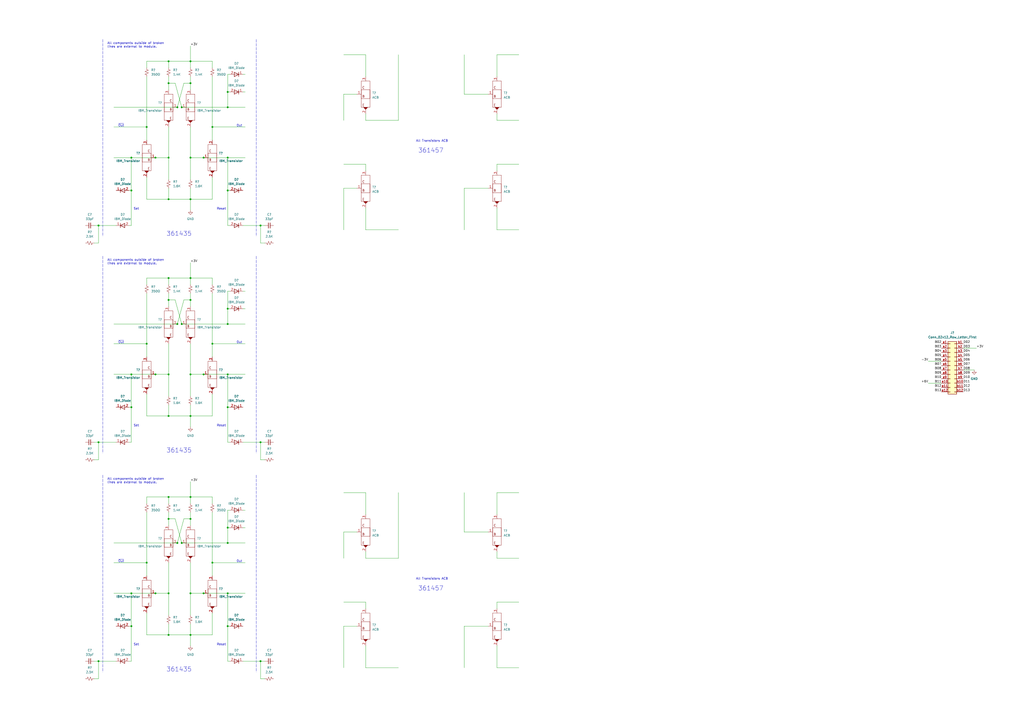
<source format=kicad_sch>
(kicad_sch (version 20211123) (generator eeschema)
  (paper "A2")
  (lib_symbols
    (symbol "Connector_Generic:Conn_02x12_Row_Letter_First" (pin_names (offset 1.016) hide)
      (property "Reference" "J" (at 1.27 15.24 0))
      (property "Value" "Conn_02x12_Row_Letter_First" (at 1.27 -17.78 0))
      (symbol "Conn_02x12_Row_Letter_First_1_1"
        (rectangle (start -1.27 -15.113) (end 0 -15.367) (stroke (width 0.1524)))
        (rectangle (start -1.27 -12.573) (end 0 -12.827) (stroke (width 0.1524)))
        (rectangle (start -1.27 -10.033) (end 0 -10.287) (stroke (width 0.1524)))
        (rectangle (start -1.27 -7.493) (end 0 -7.747) (stroke (width 0.1524)))
        (rectangle (start -1.27 -4.953) (end 0 -5.207) (stroke (width 0.1524)))
        (rectangle (start -1.27 -2.413) (end 0 -2.667) (stroke (width 0.1524)))
        (rectangle (start -1.27 0.127) (end 0 -0.127) (stroke (width 0.1524)))
        (rectangle (start -1.27 2.667) (end 0 2.413) (stroke (width 0.1524)))
        (rectangle (start -1.27 5.207) (end 0 4.953) (stroke (width 0.1524)))
        (rectangle (start -1.27 7.747) (end 0 7.493) (stroke (width 0.1524)))
        (rectangle (start -1.27 10.287) (end 0 10.033) (stroke (width 0.1524)))
        (rectangle (start -1.27 12.827) (end 0 12.573) (stroke (width 0.1524)))
        (rectangle (start -1.27 13.97) (end 3.81 -16.51) (stroke (width 0.254)) (fill (type background)))
        (rectangle (start 3.81 -15.113) (end 2.54 -15.367) (stroke (width 0.1524)))
        (rectangle (start 3.81 -12.573) (end 2.54 -12.827) (stroke (width 0.1524)))
        (rectangle (start 3.81 -10.033) (end 2.54 -10.287) (stroke (width 0.1524)))
        (rectangle (start 3.81 -7.493) (end 2.54 -7.747) (stroke (width 0.1524)))
        (rectangle (start 3.81 -4.953) (end 2.54 -5.207) (stroke (width 0.1524)))
        (rectangle (start 3.81 -2.413) (end 2.54 -2.667) (stroke (width 0.1524)))
        (rectangle (start 3.81 0.127) (end 2.54 -0.127) (stroke (width 0.1524)))
        (rectangle (start 3.81 2.667) (end 2.54 2.413) (stroke (width 0.1524)))
        (rectangle (start 3.81 5.207) (end 2.54 4.953) (stroke (width 0.1524)))
        (rectangle (start 3.81 7.747) (end 2.54 7.493) (stroke (width 0.1524)))
        (rectangle (start 3.81 10.287) (end 2.54 10.033) (stroke (width 0.1524)))
        (rectangle (start 3.81 12.827) (end 2.54 12.573) (stroke (width 0.1524)))
        (pin passive line (at -5.08 12.7 0) (length 3.81) (name "Pin_a1") (number "a1"))
        (pin passive line (at -5.08 -10.16 0) (length 3.81) (name "Pin_a10") (number "a10"))
        (pin passive line (at -5.08 -12.7 0) (length 3.81) (name "Pin_a11") (number "a11"))
        (pin passive line (at -5.08 -15.24 0) (length 3.81) (name "Pin_a12") (number "a12"))
        (pin passive line (at -5.08 10.16 0) (length 3.81) (name "Pin_a2") (number "a2"))
        (pin passive line (at -5.08 7.62 0) (length 3.81) (name "Pin_a3") (number "a3"))
        (pin passive line (at -5.08 5.08 0) (length 3.81) (name "Pin_a4") (number "a4"))
        (pin passive line (at -5.08 2.54 0) (length 3.81) (name "Pin_a5") (number "a5"))
        (pin passive line (at -5.08 0 0) (length 3.81) (name "Pin_a6") (number "a6"))
        (pin passive line (at -5.08 -2.54 0) (length 3.81) (name "Pin_a7") (number "a7"))
        (pin passive line (at -5.08 -5.08 0) (length 3.81) (name "Pin_a8") (number "a8"))
        (pin passive line (at -5.08 -7.62 0) (length 3.81) (name "Pin_a9") (number "a9"))
        (pin passive line (at 7.62 12.7 180) (length 3.81) (name "Pin_b1") (number "b1"))
        (pin passive line (at 7.62 -10.16 180) (length 3.81) (name "Pin_b10") (number "b10"))
        (pin passive line (at 7.62 -12.7 180) (length 3.81) (name "Pin_b11") (number "b11"))
        (pin passive line (at 7.62 -15.24 180) (length 3.81) (name "Pin_b12") (number "b12"))
        (pin passive line (at 7.62 10.16 180) (length 3.81) (name "Pin_b2") (number "b2"))
        (pin passive line (at 7.62 7.62 180) (length 3.81) (name "Pin_b3") (number "b3"))
        (pin passive line (at 7.62 5.08 180) (length 3.81) (name "Pin_b4") (number "b4"))
        (pin passive line (at 7.62 2.54 180) (length 3.81) (name "Pin_b5") (number "b5"))
        (pin passive line (at 7.62 0 180) (length 3.81) (name "Pin_b6") (number "b6"))
        (pin passive line (at 7.62 -2.54 180) (length 3.81) (name "Pin_b7") (number "b7"))
        (pin passive line (at 7.62 -5.08 180) (length 3.81) (name "Pin_b8") (number "b8"))
        (pin passive line (at 7.62 -7.62 180) (length 3.81) (name "Pin_b9") (number "b9"))
      )
    )
    (symbol "Device:C_Small" (pin_numbers hide) (pin_names (offset 0.254) hide)
      (property "Reference" "C" (at 0.254 1.778 0))
      (property "Value" "C_Small" (at 0.254 -2.032 0))
      (symbol "C_Small_0_1"
        (polyline (pts (xy -1.524 -0.508) (xy 1.524 -0.508)) (stroke (width 0.3302)))
        (polyline (pts (xy -1.524 0.508) (xy 1.524 0.508)) (stroke (width 0.3048)))
      )
      (symbol "C_Small_1_1"
        (pin passive line (at 0 2.54 270) (length 2.032) (name "~") (number "1"))
        (pin passive line (at 0 -2.54 90) (length 2.032) (name "~") (number "2"))
      )
    )
    (symbol "Device:R_Small_US" (pin_numbers hide) (pin_names (offset 0.254) hide)
      (property "Reference" "R" (at 0.762 0.508 0))
      (property "Value" "R_Small_US" (at 0.762 -1.016 0))
      (symbol "R_Small_US_1_1"
        (polyline (pts (xy 0 0) (xy 1.016 -0.381) (xy 0 -0.762) (xy -1.016 -1.143) (xy 0 -1.524)))
        (polyline (pts (xy 0 1.524) (xy 1.016 1.143) (xy 0 0.762) (xy -1.016 0.381) (xy 0 0)))
        (pin passive line (at 0 2.54 270) (length 1.016) (name "~") (number "1"))
        (pin passive line (at 0 -2.54 90) (length 1.016) (name "~") (number "2"))
      )
    )
    (symbol "IBM_SLT-SLD:IBM_Diode"
      (property "Reference" "D" (at 0 5.08 0))
      (property "Value" "IBM_Diode" (at 0 2.54 0))
      (symbol "IBM_Diode_0_1"
        (polyline (pts (xy -1.27 1.27) (xy -1.27 -1.27)) (stroke (width 0.254)))
        (polyline (pts (xy 1.27 0) (xy -1.27 0)))
        (polyline (pts (xy 1.27 1.27) (xy 1.27 -1.27) (xy -1.27 0) (xy 1.27 1.27)) (stroke (width 0.254)))
      )
      (symbol "IBM_Diode_1_1"
        (pin passive line (at -3.81 0 0) (length 2.54) (name "K") (number "1"))
        (pin passive line (at 3.81 0 180) (length 2.54) (name "A") (number "2"))
      )
    )
    (symbol "IBM_SLT-SLD:IBM_Transistor"
      (property "Reference" "T" (at 0 5.08 0))
      (property "Value" "IBM_Transistor" (at 7.62 8.89 0))
      (symbol "IBM_Transistor_0_0"
        (text "B" (at -1.27 -1.27 0) (effects (font (size 1.27 1.27))))
        (text "C" (at -1.27 3.81 0) (effects (font (size 1.27 1.27))))
        (text "E" (at -1.27 -6.35 0) (effects (font (size 1.27 1.27))))
      )
      (symbol "IBM_Transistor_0_1"
        (rectangle (start -2.54 2.54) (end 2.54 -2.54))
        (rectangle (start -2.54 7.62) (end 2.54 -7.62))
        (polyline (pts (xy -1.27 -7.62) (xy 0 -8.89) (xy 1.27 -7.62)) (fill (type outline)))
      )
      (symbol "IBM_Transistor_1_1"
        (pin passive line (at -5.08 0 0) (length 2.54) (name "B") (number "1"))
        (pin passive line (at 0 -11.43 90) (length 2.54) (name "E") (number "2"))
        (pin passive line (at 0 10.16 270) (length 2.54) (name "C") (number "3"))
      )
    )
    (symbol "power:GND" (power) (pin_names (offset 0))
      (property "Value" "GND" (at 0 -3.81 0))
      (symbol "GND_0_1"
        (polyline (pts (xy 0 0) (xy 0 -1.27) (xy 1.27 -1.27) (xy 0 -2.54) (xy -1.27 -1.27) (xy 0 -1.27)))
      )
      (symbol "GND_1_1"
        (pin power_in line (at 0 0 270) (length 0) hide (name "GND") (number "1"))
      )
    )
  )
  (junction (at 132.08 179.07))
  (junction (at 132.08 187.96))
  (junction (at 110.49 161.29))
  (junction (at 132.08 217.17))
  (junction (at 97.79 344.17))
  (junction (at 97.79 48.26))
  (junction (at 110.49 288.29))
  (junction (at 90.17 217.17))
  (junction (at 118.11 217.17))
  (junction (at 76.2 91.44))
  (junction (at 90.17 91.44))
  (junction (at 132.08 110.49))
  (junction (at 118.11 344.17))
  (junction (at 57.15 383.54))
  (junction (at 132.08 314.96))
  (junction (at 110.49 115.57))
  (junction (at 151.13 256.54))
  (junction (at 132.08 236.22))
  (junction (at 97.79 173.99))
  (junction (at 76.2 110.49))
  (junction (at 151.13 383.54))
  (junction (at 132.08 306.07))
  (junction (at 105.41 314.96))
  (junction (at 110.49 173.99))
  (junction (at 76.2 217.17))
  (junction (at 123.19 73.6532))
  (junction (at 57.15 256.54))
  (junction (at 102.87 187.96))
  (junction (at 110.49 368.3))
  (junction (at 132.08 91.44))
  (junction (at 97.79 288.29))
  (junction (at 90.17 344.17))
  (junction (at 97.79 368.3))
  (junction (at 97.79 241.3))
  (junction (at 123.19 199.3832))
  (junction (at 132.08 62.23))
  (junction (at 97.79 91.44))
  (junction (at 110.49 217.17))
  (junction (at 110.49 241.3))
  (junction (at 132.08 344.17))
  (junction (at 110.49 300.99))
  (junction (at 110.49 35.56))
  (junction (at 85.09 326.39))
  (junction (at 76.2 344.17))
  (junction (at 102.87 62.23))
  (junction (at 85.09 73.66))
  (junction (at 97.79 300.99))
  (junction (at 97.79 217.17))
  (junction (at 76.2 236.22))
  (junction (at 85.09 199.39))
  (junction (at 132.08 53.34))
  (junction (at 97.79 161.29))
  (junction (at 76.2 363.22))
  (junction (at 97.79 115.57))
  (junction (at 110.49 48.26))
  (junction (at 110.49 91.44))
  (junction (at 105.41 187.96))
  (junction (at 105.41 62.23))
  (junction (at 102.87 314.96))
  (junction (at 118.11 91.44))
  (junction (at 57.15 130.81))
  (junction (at 110.49 344.17))
  (junction (at 132.08 363.22))
  (junction (at 123.19 326.3832))
  (junction (at 151.13 130.81))
  (junction (at 97.79 35.56))
  (wire (pts (xy 85.09 35.56) (xy 97.79 35.56)))
  (wire (pts (xy 110.49 217.17) (xy 110.49 229.87)))
  (wire (pts (xy 57.15 383.54) (xy 67.31 383.54)))
  (wire (pts (xy 212.09 66.04) (xy 212.09 69.85)))
  (wire (pts (xy 90.17 91.44) (xy 97.79 91.44)))
  (wire (pts (xy 110.49 368.3) (xy 110.49 374.65)))
  (wire (pts (xy 123.19 170.18) (xy 123.19 199.3832)))
  (wire (pts (xy 85.09 115.57) (xy 85.09 102.87)))
  (wire (pts (xy 199.39 95.25) (xy 212.09 95.25)))
  (wire (pts (xy 66.04 187.96) (xy 102.87 187.96)))
  (wire (pts (xy 199.39 133.35) (xy 199.39 109.22)))
  (wire (pts (xy 97.79 161.29) (xy 97.79 165.1)))
  (wire (pts (xy 123.19 326.3832) (xy 123.19 334.01)))
  (wire (pts (xy 97.79 173.99) (xy 101.6 173.99)))
  (wire (pts (xy 140.97 295.91) (xy 142.24 295.91)))
  (wire (pts (xy 76.2 130.81) (xy 74.93 130.81)))
  (wire (pts (xy 110.49 234.95) (xy 110.49 241.3)))
  (wire (pts (xy 288.29 66.04) (xy 288.29 69.85)))
  (wire (pts (xy 212.09 44.45) (xy 212.09 31.75)))
  (wire (pts (xy 153.67 140.97) (xy 151.13 140.97)))
  (wire (pts (xy 132.08 187.96) (xy 142.24 187.96)))
  (wire (pts (xy 558.8 214.63) (xy 565.15 214.63)))
  (wire (pts (xy 57.15 256.54) (xy 54.61 256.54)))
  (wire (pts (xy 123.19 288.29) (xy 123.19 292.1)))
  (wire (pts (xy 132.08 91.44) (xy 142.24 91.44)))
  (wire (pts (xy 123.19 326.3832) (xy 142.24 326.3832)))
  (wire (pts (xy 123.19 368.3) (xy 110.49 368.3)))
  (wire (pts (xy 110.49 35.56) (xy 110.49 39.37)))
  (wire (pts (xy 212.09 349.25) (xy 212.09 353.06)))
  (wire (pts (xy 105.41 187.96) (xy 132.08 187.96)))
  (wire (pts (xy 97.79 234.95) (xy 97.79 241.3)))
  (wire (pts (xy 54.61 393.7) (xy 57.15 393.7)))
  (wire (pts (xy 85.09 170.18) (xy 85.09 199.39)))
  (wire (pts (xy 110.49 115.57) (xy 97.79 115.57)))
  (wire (pts (xy 76.2 256.54) (xy 74.93 256.54)))
  (wire (pts (xy 76.2 344.17) (xy 76.2 363.22)))
  (wire (pts (xy 132.08 236.22) (xy 133.35 236.22)))
  (polyline (pts (xy 148.59 22.86) (xy 148.59 137.16)))
  (wire (pts (xy 76.2 217.17) (xy 90.17 217.17)))
  (wire (pts (xy 97.79 35.56) (xy 110.49 35.56)))
  (wire (pts (xy 57.15 130.81) (xy 54.61 130.81)))
  (wire (pts (xy 288.29 349.25) (xy 300.99 349.25)))
  (wire (pts (xy 199.39 109.22) (xy 207.01 109.22)))
  (wire (pts (xy 90.17 344.17) (xy 97.79 344.17)))
  (wire (pts (xy 54.61 266.7) (xy 57.15 266.7)))
  (wire (pts (xy 212.09 133.35) (xy 231.14 133.35)))
  (wire (pts (xy 283.21 109.22) (xy 269.24 109.22)))
  (wire (pts (xy 85.09 297.18) (xy 85.09 326.39)))
  (wire (pts (xy 140.97 256.54) (xy 151.13 256.54)))
  (wire (pts (xy 132.08 344.17) (xy 142.24 344.17)))
  (wire (pts (xy 132.08 110.49) (xy 132.08 130.81)))
  (wire (pts (xy 97.79 300.99) (xy 97.79 304.8)))
  (wire (pts (xy 288.29 44.45) (xy 288.29 31.75)))
  (wire (pts (xy 132.08 295.91) (xy 132.08 306.07)))
  (wire (pts (xy 123.19 102.87) (xy 123.19 115.57)))
  (wire (pts (xy 66.04 217.17) (xy 76.2 217.17)))
  (wire (pts (xy 199.39 387.35) (xy 199.39 363.22)))
  (wire (pts (xy 97.79 91.44) (xy 97.79 104.14)))
  (wire (pts (xy 110.49 48.26) (xy 110.49 52.07)))
  (wire (pts (xy 57.15 383.54) (xy 54.61 383.54)))
  (wire (pts (xy 97.79 361.95) (xy 97.79 368.3)))
  (wire (pts (xy 132.08 306.07) (xy 133.35 306.07)))
  (wire (pts (xy 85.09 35.56) (xy 85.09 39.37)))
  (wire (pts (xy 76.2 217.17) (xy 76.2 236.22)))
  (wire (pts (xy 269.24 109.22) (xy 269.24 133.35)))
  (wire (pts (xy 97.79 344.17) (xy 97.79 326.39)))
  (wire (pts (xy 132.08 383.54) (xy 133.35 383.54)))
  (wire (pts (xy 123.19 35.56) (xy 123.19 39.37)))
  (wire (pts (xy 110.49 91.44) (xy 110.49 104.14)))
  (wire (pts (xy 110.49 26.67) (xy 110.49 35.56)))
  (wire (pts (xy 153.67 266.7) (xy 151.13 266.7)))
  (wire (pts (xy 97.79 300.99) (xy 101.6 300.99)))
  (wire (pts (xy 110.49 217.17) (xy 118.11 217.17)))
  (wire (pts (xy 151.13 393.7) (xy 151.13 383.54)))
  (wire (pts (xy 97.79 48.26) (xy 97.79 52.07)))
  (wire (pts (xy 288.29 120.65) (xy 288.29 133.35)))
  (wire (pts (xy 132.08 256.54) (xy 133.35 256.54)))
  (wire (pts (xy 212.09 374.65) (xy 212.09 387.35)))
  (wire (pts (xy 288.29 387.35) (xy 300.99 387.35)))
  (wire (pts (xy 110.49 300.99) (xy 106.68 300.99)))
  (wire (pts (xy 57.15 140.97) (xy 57.15 130.81)))
  (wire (pts (xy 132.08 179.07) (xy 132.08 187.96)))
  (wire (pts (xy 132.08 217.17) (xy 132.08 236.22)))
  (wire (pts (xy 123.19 297.18) (xy 123.19 326.3832)))
  (wire (pts (xy 76.2 110.49) (xy 74.93 110.49)))
  (wire (pts (xy 76.2 236.22) (xy 74.93 236.22)))
  (wire (pts (xy 110.49 161.29) (xy 110.49 165.1)))
  (wire (pts (xy 212.09 298.45) (xy 212.09 285.75)))
  (wire (pts (xy 85.09 161.29) (xy 85.09 165.1)))
  (wire (pts (xy 110.49 173.99) (xy 106.68 173.99)))
  (wire (pts (xy 288.29 353.06) (xy 288.29 349.25)))
  (wire (pts (xy 132.08 168.91) (xy 132.08 179.07)))
  (wire (pts (xy 57.15 130.81) (xy 67.31 130.81)))
  (wire (pts (xy 212.09 323.85) (xy 231.14 323.85)))
  (wire (pts (xy 110.49 48.26) (xy 106.68 48.26)))
  (wire (pts (xy 123.19 199.3832) (xy 142.24 199.3832)))
  (wire (pts (xy 212.09 320.04) (xy 212.09 323.85)))
  (wire (pts (xy 132.08 62.23) (xy 142.24 62.23)))
  (wire (pts (xy 97.79 115.57) (xy 85.09 115.57)))
  (wire (pts (xy 97.79 344.17) (xy 97.79 356.87)))
  (wire (pts (xy 269.24 308.61) (xy 269.24 285.75)))
  (wire (pts (xy 132.08 43.18) (xy 132.08 53.34)))
  (wire (pts (xy 110.49 288.29) (xy 110.49 292.1)))
  (wire (pts (xy 66.04 326.39) (xy 85.09 326.39)))
  (wire (pts (xy 105.41 314.96) (xy 132.08 314.96)))
  (wire (pts (xy 66.04 62.23) (xy 102.87 62.23)))
  (wire (pts (xy 123.19 73.6532) (xy 123.19 81.28)))
  (wire (pts (xy 110.49 241.3) (xy 97.79 241.3)))
  (wire (pts (xy 76.2 91.44) (xy 90.17 91.44)))
  (wire (pts (xy 140.97 43.18) (xy 142.24 43.18)))
  (wire (pts (xy 85.09 326.39) (xy 85.09 334.01)))
  (wire (pts (xy 85.09 241.3) (xy 85.09 228.6)))
  (wire (pts (xy 85.09 368.3) (xy 85.09 355.6)))
  (wire (pts (xy 140.97 168.91) (xy 142.24 168.91)))
  (wire (pts (xy 90.17 217.17) (xy 97.79 217.17)))
  (wire (pts (xy 140.97 383.54) (xy 151.13 383.54)))
  (wire (pts (xy 97.79 161.29) (xy 110.49 161.29)))
  (wire (pts (xy 85.09 161.29) (xy 97.79 161.29)))
  (wire (pts (xy 110.49 344.17) (xy 110.49 356.87)))
  (wire (pts (xy 132.08 344.17) (xy 132.08 363.22)))
  (wire (pts (xy 132.08 53.34) (xy 132.08 62.23)))
  (wire (pts (xy 118.11 91.44) (xy 132.08 91.44)))
  (wire (pts (xy 85.09 44.45) (xy 85.09 73.66)))
  (wire (pts (xy 54.61 140.97) (xy 57.15 140.97)))
  (wire (pts (xy 288.29 69.85) (xy 300.99 69.85)))
  (wire (pts (xy 97.79 288.29) (xy 110.49 288.29)))
  (wire (pts (xy 153.67 393.7) (xy 151.13 393.7)))
  (wire (pts (xy 110.49 361.95) (xy 110.49 368.3)))
  (wire (pts (xy 97.79 44.45) (xy 97.79 48.26)))
  (wire (pts (xy 212.09 387.35) (xy 231.14 387.35)))
  (wire (pts (xy 106.68 48.26) (xy 102.87 62.23)))
  (wire (pts (xy 123.19 161.29) (xy 123.19 165.1)))
  (wire (pts (xy 151.13 140.97) (xy 151.13 130.81)))
  (wire (pts (xy 85.09 73.66) (xy 85.09 81.28)))
  (wire (pts (xy 132.08 179.07) (xy 133.35 179.07)))
  (wire (pts (xy 97.79 368.3) (xy 85.09 368.3)))
  (wire (pts (xy 97.79 109.22) (xy 97.79 115.57)))
  (wire (pts (xy 66.04 314.96) (xy 102.87 314.96)))
  (wire (pts (xy 132.08 295.91) (xy 133.35 295.91)))
  (wire (pts (xy 288.29 31.75) (xy 300.99 31.75)))
  (wire (pts (xy 110.49 115.57) (xy 110.49 121.92)))
  (polyline (pts (xy 59.69 148.59) (xy 59.69 262.89)))
  (wire (pts (xy 269.24 363.22) (xy 269.24 387.35)))
  (wire (pts (xy 110.49 279.4) (xy 110.49 288.29)))
  (polyline (pts (xy 148.59 148.59) (xy 148.59 262.89)))
  (wire (pts (xy 66.04 73.66) (xy 85.09 73.66)))
  (wire (pts (xy 85.09 199.39) (xy 85.09 207.01)))
  (wire (pts (xy 288.29 133.35) (xy 300.99 133.35)))
  (wire (pts (xy 57.15 266.7) (xy 57.15 256.54)))
  (wire (pts (xy 110.49 152.4) (xy 110.49 161.29)))
  (wire (pts (xy 199.39 349.25) (xy 212.09 349.25)))
  (polyline (pts (xy 59.69 275.59) (xy 59.69 389.89)))
  (wire (pts (xy 199.39 363.22) (xy 207.01 363.22)))
  (wire (pts (xy 132.08 43.18) (xy 133.35 43.18)))
  (wire (pts (xy 76.2 110.49) (xy 76.2 130.81)))
  (wire (pts (xy 212.09 69.85) (xy 231.14 69.85)))
  (wire (pts (xy 123.19 44.45) (xy 123.19 73.6532)))
  (polyline (pts (xy 148.59 275.59) (xy 148.59 389.89)))
  (wire (pts (xy 231.14 323.85) (xy 231.14 285.75)))
  (wire (pts (xy 106.68 300.99) (xy 102.87 314.96)))
  (wire (pts (xy 558.8 201.93) (xy 566.42 201.93)))
  (wire (pts (xy 231.14 69.85) (xy 231.14 31.75)))
  (wire (pts (xy 97.79 288.29) (xy 97.79 292.1)))
  (wire (pts (xy 283.21 54.61) (xy 269.24 54.61)))
  (wire (pts (xy 110.49 173.99) (xy 110.49 177.8)))
  (wire (pts (xy 97.79 91.44) (xy 97.79 73.66)))
  (wire (pts (xy 97.79 217.17) (xy 97.79 199.39)))
  (wire (pts (xy 110.49 326.39) (xy 110.49 344.17)))
  (wire (pts (xy 123.19 199.3832) (xy 123.19 207.01)))
  (wire (pts (xy 132.08 91.44) (xy 132.08 110.49)))
  (wire (pts (xy 57.15 256.54) (xy 67.31 256.54)))
  (wire (pts (xy 132.08 363.22) (xy 133.35 363.22)))
  (wire (pts (xy 283.21 363.22) (xy 269.24 363.22)))
  (wire (pts (xy 76.2 363.22) (xy 76.2 383.54)))
  (wire (pts (xy 151.13 383.54) (xy 153.67 383.54)))
  (wire (pts (xy 85.09 288.29) (xy 85.09 292.1)))
  (wire (pts (xy 57.15 393.7) (xy 57.15 383.54)))
  (wire (pts (xy 110.49 91.44) (xy 118.11 91.44)))
  (wire (pts (xy 132.08 53.34) (xy 133.35 53.34)))
  (wire (pts (xy 110.49 44.45) (xy 110.49 48.26)))
  (wire (pts (xy 132.08 130.81) (xy 133.35 130.81)))
  (wire (pts (xy 151.13 256.54) (xy 153.67 256.54)))
  (wire (pts (xy 132.08 236.22) (xy 132.08 256.54)))
  (wire (pts (xy 538.48 222.25) (xy 546.1 222.25)))
  (wire (pts (xy 110.49 35.56) (xy 123.19 35.56)))
  (wire (pts (xy 151.13 266.7) (xy 151.13 256.54)))
  (wire (pts (xy 110.49 300.99) (xy 110.49 304.8)))
  (wire (pts (xy 288.29 374.65) (xy 288.29 387.35)))
  (wire (pts (xy 123.19 228.6) (xy 123.19 241.3)))
  (wire (pts (xy 123.19 355.6) (xy 123.19 368.3)))
  (wire (pts (xy 110.49 109.22) (xy 110.49 115.57)))
  (wire (pts (xy 207.01 54.61) (xy 199.39 54.61)))
  (polyline (pts (xy 59.69 22.86) (xy 59.69 137.16)))
  (wire (pts (xy 97.79 217.17) (xy 97.79 229.87)))
  (wire (pts (xy 199.39 54.61) (xy 199.39 69.85)))
  (wire (pts (xy 132.08 363.22) (xy 132.08 383.54)))
  (wire (pts (xy 212.09 31.75) (xy 199.39 31.75)))
  (wire (pts (xy 288.29 95.25) (xy 300.99 95.25)))
  (wire (pts (xy 132.08 306.07) (xy 132.08 314.96)))
  (wire (pts (xy 212.09 120.65) (xy 212.09 133.35)))
  (wire (pts (xy 123.19 73.6532) (xy 142.24 73.6532)))
  (wire (pts (xy 97.79 35.56) (xy 97.79 39.37)))
  (wire (pts (xy 199.39 308.61) (xy 199.39 323.85)))
  (wire (pts (xy 101.6 173.99) (xy 105.41 187.96)))
  (wire (pts (xy 101.6 48.26) (xy 105.41 62.23)))
  (wire (pts (xy 66.04 344.17) (xy 76.2 344.17)))
  (wire (pts (xy 97.79 48.26) (xy 101.6 48.26)))
  (wire (pts (xy 132.08 314.96) (xy 142.24 314.96)))
  (wire (pts (xy 212.09 95.25) (xy 212.09 99.06)))
  (wire (pts (xy 85.09 288.29) (xy 97.79 288.29)))
  (wire (pts (xy 140.97 306.07) (xy 142.24 306.07)))
  (wire (pts (xy 288.29 285.75) (xy 300.99 285.75)))
  (wire (pts (xy 132.08 217.17) (xy 142.24 217.17)))
  (wire (pts (xy 110.49 161.29) (xy 123.19 161.29)))
  (wire (pts (xy 140.97 179.07) (xy 142.24 179.07)))
  (wire (pts (xy 110.49 368.3) (xy 97.79 368.3)))
  (wire (pts (xy 76.2 344.17) (xy 90.17 344.17)))
  (wire (pts (xy 288.29 298.45) (xy 288.29 285.75)))
  (wire (pts (xy 97.79 170.18) (xy 97.79 173.99)))
  (wire (pts (xy 76.2 363.22) (xy 74.93 363.22)))
  (wire (pts (xy 123.19 115.57) (xy 110.49 115.57)))
  (wire (pts (xy 110.49 297.18) (xy 110.49 300.99)))
  (wire (pts (xy 207.01 308.61) (xy 199.39 308.61)))
  (wire (pts (xy 76.2 383.54) (xy 74.93 383.54)))
  (wire (pts (xy 132.08 168.91) (xy 133.35 168.91)))
  (wire (pts (xy 123.19 241.3) (xy 110.49 241.3)))
  (wire (pts (xy 283.21 308.61) (xy 269.24 308.61)))
  (wire (pts (xy 118.11 344.17) (xy 132.08 344.17)))
  (wire (pts (xy 140.97 130.81) (xy 151.13 130.81)))
  (wire (pts (xy 118.11 217.17) (xy 132.08 217.17)))
  (wire (pts (xy 76.2 236.22) (xy 76.2 256.54)))
  (wire (pts (xy 110.49 170.18) (xy 110.49 173.99)))
  (wire (pts (xy 97.79 297.18) (xy 97.79 300.99)))
  (wire (pts (xy 110.49 199.39) (xy 110.49 217.17)))
  (wire (pts (xy 97.79 241.3) (xy 85.09 241.3)))
  (wire (pts (xy 106.68 173.99) (xy 102.87 187.96)))
  (wire (pts (xy 66.04 91.44) (xy 76.2 91.44)))
  (wire (pts (xy 66.04 199.39) (xy 85.09 199.39)))
  (wire (pts (xy 212.09 285.75) (xy 199.39 285.75)))
  (wire (pts (xy 288.29 99.06) (xy 288.29 95.25)))
  (wire (pts (xy 110.49 241.3) (xy 110.49 247.65)))
  (wire (pts (xy 538.48 209.55) (xy 546.1 209.55)))
  (wire (pts (xy 110.49 73.66) (xy 110.49 91.44)))
  (wire (pts (xy 97.79 173.99) (xy 97.79 177.8)))
  (wire (pts (xy 110.49 288.29) (xy 123.19 288.29)))
  (wire (pts (xy 132.08 110.49) (xy 133.35 110.49)))
  (wire (pts (xy 288.29 323.85) (xy 300.99 323.85)))
  (wire (pts (xy 140.97 53.34) (xy 142.24 53.34)))
  (wire (pts (xy 105.41 62.23) (xy 132.08 62.23)))
  (wire (pts (xy 269.24 54.61) (xy 269.24 31.75)))
  (wire (pts (xy 288.29 320.04) (xy 288.29 323.85)))
  (wire (pts (xy 151.13 130.81) (xy 153.67 130.81)))
  (wire (pts (xy 101.6 300.99) (xy 105.41 314.96)))
  (wire (pts (xy 110.49 344.17) (xy 118.11 344.17)))
  (wire (pts (xy 76.2 91.44) (xy 76.2 110.49)))
  (text "Reset" (at 125.73 247.65 0) (effects (font (size 1.27 1.27)) (justify left bottom)))
  (text "All Transistors ACB" (at 241.3 82.55 0) (effects (font (size 1.27 1.27)) (justify left bottom)))
  (text "Reset" (at 125.73 121.92 0) (effects (font (size 1.27 1.27)) (justify left bottom)))
  (text "361435" (at 96.52 262.89 0) (effects (font (size 2.54 2.54)) (justify left bottom)))
  (text "All Transistors ACB" (at 241.3 336.55 0) (effects (font (size 1.27 1.27)) (justify left bottom)))
  (text "Reset" (at 125.73 374.65 0) (effects (font (size 1.27 1.27)) (justify left bottom)))
  (text "~{Out}" (at 68.58 199.39 0) (effects (font (size 1.27 1.27)) (justify left bottom)))
  (text "Out" (at 137.16 326.39 0) (effects (font (size 1.27 1.27)) (justify left bottom)))
  (text "Set" (at 77.47 121.92 0) (effects (font (size 1.27 1.27)) (justify left bottom)))
  (text "Set" (at 77.47 374.65 0) (effects (font (size 1.27 1.27)) (justify left bottom)))
  (text "~{Out}" (at 68.58 73.66 0) (effects (font (size 1.27 1.27)) (justify left bottom)))
  (text "361457" (at 242.57 342.9 0) (effects (font (size 2.54 2.54)) (justify left bottom)))
  (text "All components outside of broken\nlines are external to module." (at 62.23 153.67 0) (effects (font (size 1.27 1.27)) (justify left bottom)))
  (text "Out" (at 137.16 199.39 0) (effects (font (size 1.27 1.27)) (justify left bottom)))
  (text "361435" (at 96.52 137.16 0) (effects (font (size 2.54 2.54)) (justify left bottom)))
  (text "Set" (at 77.47 247.65 0) (effects (font (size 1.27 1.27)) (justify left bottom)))
  (text "All components outside of broken\nlines are external to module." (at 62.23 280.67 0) (effects (font (size 1.27 1.27)) (justify left bottom)))
  (text "361457" (at 242.57 88.9 0) (effects (font (size 2.54 2.54)) (justify left bottom)))
  (text "361435" (at 96.52 389.89 0) (effects (font (size 2.54 2.54)) (justify left bottom)))
  (text "~{Out}" (at 68.58 326.39 0) (effects (font (size 1.27 1.27)) (justify left bottom)))
  (text "Out" (at 137.16 73.66 0) (effects (font (size 1.27 1.27)) (justify left bottom)))
  (text "All components outside of broken\nlines are external to module." (at 62.23 27.94 0) (effects (font (size 1.27 1.27)) (justify left bottom)))
  (label "+3V" (at 566.42 201.93 0))
  (label "-3V" (at 538.48 209.55 180))
  (label "D06" (at 558.8 209.55 0))
  (label "+6V" (at 538.48 222.25 180))
  (label "D13" (at 558.8 227.33 0))
  (label "D09" (at 558.8 217.17 0))
  (label "B12" (at 546.1 224.79 180))
  (label "B02" (at 546.1 199.39 180))
  (label "B11" (at 546.1 222.25 180))
  (label "D07" (at 558.8 212.09 0))
  (label "B10" (at 546.1 219.71 180))
  (label "B09" (at 546.1 217.17 180))
  (label "D02" (at 558.8 199.39 0))
  (label "B05" (at 546.1 207.01 180))
  (label "B04" (at 546.1 204.47 180))
  (label "D05" (at 558.8 207.01 0))
  (label "B13" (at 546.1 227.33 180))
  (label "D11" (at 558.8 222.25 0))
  (label "B08" (at 546.1 214.63 180))
  (label "+3V" (at 110.49 279.4 0))
  (label "D04" (at 558.8 204.47 0))
  (label "B03" (at 546.1 201.93 180))
  (label "B06" (at 546.1 209.55 180))
  (label "D12" (at 558.8 224.79 0))
  (label "D08" (at 558.8 214.63 0))
  (label "B07" (at 546.1 212.09 180))
  (label "D03" (at 558.8 201.93 0))
  (label "+3V" (at 110.49 26.67 0))
  (label "+3V" (at 110.49 152.4 0))
  (label "D10" (at 558.8 219.71 0))
  (symbol (lib_id "IBM_SLT-SLD:IBM_Diode") (at 137.16 179.07 180) (unit 1)
    (property "Reference" "D?" (at 137.16 172.72 0))
    (property "Value" "IBM_Diode" (at 137.16 175.26 0))
    (property "Footprint" "Diode_SMD:D_0201_0603Metric" (effects hide))
  )
  (symbol (lib_id "Device:R_Small_US") (at 110.49 41.91 180) (unit 1)
    (property "Reference" "R?" (at 113.03 40.6399 0) (effects (justify right)))
    (property "Value" "1.4K" (at 113.03 43.1799 0) (effects (justify right)))
    (property "Footprint" "Resistor_SMD:R_0201_0603Metric" (effects hide))
  )
  (symbol (lib_id "IBM_SLT-SLD:IBM_Diode") (at 137.16 295.91 180) (unit 1)
    (property "Reference" "D?" (at 137.16 289.56 0))
    (property "Value" "IBM_Diode" (at 137.16 292.1 0))
    (property "Footprint" "Diode_SMD:D_0201_0603Metric" (effects hide))
  )
  (symbol (lib_id "IBM_SLT-SLD:IBM_Diode") (at 71.12 236.22 0) (mirror x) (unit 1)
    (property "Reference" "D?" (at 71.12 229.87 0))
    (property "Value" "IBM_Diode" (at 71.12 232.41 0))
    (property "Footprint" "Diode_SMD:D_0201_0603Metric" (effects hide))
  )
  (symbol (lib_id "IBM_SLT-SLD:IBM_Transistor") (at 123.19 344.17 0) (unit 1)
    (property "Reference" "T?" (at 127 341.63 0) (effects (justify left)))
    (property "Value" "IBM_Transistor" (at 127 346.0749 0) (effects (justify left)))
  )
  (symbol (lib_id "Device:R_Small_US") (at 85.09 41.91 180) (unit 1)
    (property "Reference" "R?" (at 87.63 40.6399 0) (effects (justify right)))
    (property "Value" "350Ω" (at 87.63 43.1799 0) (effects (justify right)))
    (property "Footprint" "Resistor_SMD:R_0201_0603Metric" (effects hide))
  )
  (symbol (lib_id "Device:C_Small") (at 156.21 383.54 270) (mirror x) (unit 1)
    (property "Reference" "C?" (at 156.2037 377.19 90))
    (property "Value" "33pF" (at 156.2037 379.73 90))
  )
  (symbol (lib_id "Device:R_Small_US") (at 123.19 41.91 180) (unit 1)
    (property "Reference" "R?" (at 125.73 40.6399 0) (effects (justify right)))
    (property "Value" "350Ω" (at 125.73 43.1799 0) (effects (justify right)))
    (property "Footprint" "Resistor_SMD:R_0201_0603Metric" (effects hide))
  )
  (symbol (lib_id "Device:R_Small_US") (at 52.07 140.97 270) (unit 1)
    (property "Reference" "R?" (at 52.07 134.62 90))
    (property "Value" "2.5K" (at 52.07 137.16 90))
    (property "Footprint" "Resistor_SMD:R_0201_0603Metric" (effects hide))
  )
  (symbol (lib_id "IBM_SLT-SLD:IBM_Diode") (at 137.16 256.54 180) (unit 1)
    (property "Reference" "D?" (at 137.16 250.19 0))
    (property "Value" "IBM_Diode" (at 137.16 252.73 0))
    (property "Footprint" "Diode_SMD:D_0201_0603Metric" (effects hide))
  )
  (symbol (lib_id "Device:R_Small_US") (at 123.19 294.64 180) (unit 1)
    (property "Reference" "R?" (at 125.73 293.3699 0) (effects (justify right)))
    (property "Value" "350Ω" (at 125.73 295.9099 0) (effects (justify right)))
    (property "Footprint" "Resistor_SMD:R_0201_0603Metric" (effects hide))
  )
  (symbol (lib_id "IBM_SLT-SLD:IBM_Transistor") (at 212.09 54.61 0) (unit 1)
    (property "Reference" "T?" (at 215.9 53.9749 0) (effects (justify left)))
    (property "Value" "ACB" (at 215.9 56.5149 0) (effects (justify left)))
  )
  (symbol (lib_id "IBM_SLT-SLD:IBM_Diode") (at 137.16 236.22 180) (unit 1)
    (property "Reference" "D?" (at 137.16 229.87 0))
    (property "Value" "IBM_Diode" (at 137.16 232.41 0))
    (property "Footprint" "Diode_SMD:D_0201_0603Metric" (effects hide))
  )
  (symbol (lib_id "Device:R_Small_US") (at 110.49 294.64 180) (unit 1)
    (property "Reference" "R?" (at 113.03 293.3699 0) (effects (justify right)))
    (property "Value" "1.4K" (at 113.03 295.9099 0) (effects (justify right)))
    (property "Footprint" "Resistor_SMD:R_0201_0603Metric" (effects hide))
  )
  (symbol (lib_id "Device:R_Small_US") (at 97.79 41.91 180) (unit 1)
    (property "Reference" "R?" (at 100.33 40.6399 0) (effects (justify right)))
    (property "Value" "1.4K" (at 100.33 43.1799 0) (effects (justify right)))
    (property "Footprint" "Resistor_SMD:R_0201_0603Metric" (effects hide))
  )
  (symbol (lib_id "IBM_SLT-SLD:IBM_Transistor") (at 288.29 54.61 0) (unit 1)
    (property "Reference" "T?" (at 292.1 53.9749 0) (effects (justify left)))
    (property "Value" "ACB" (at 292.1 56.5149 0) (effects (justify left)))
  )
  (symbol (lib_id "power:GND") (at 110.49 121.92 0) (unit 1)
    (property "Reference" "#PWR?" (effects hide))
    (property "Value" "GND" (at 110.49 127 0))
  )
  (symbol (lib_id "IBM_SLT-SLD:IBM_Diode") (at 137.16 130.81 180) (unit 1)
    (property "Reference" "D?" (at 137.16 124.46 0))
    (property "Value" "IBM_Diode" (at 137.16 127 0))
    (property "Footprint" "Diode_SMD:D_0201_0603Metric" (effects hide))
  )
  (symbol (lib_id "IBM_SLT-SLD:IBM_Transistor") (at 123.19 91.44 0) (unit 1)
    (property "Reference" "T?" (at 127 88.9 0) (effects (justify left)))
    (property "Value" "IBM_Transistor" (at 127 93.3449 0) (effects (justify left)))
  )
  (symbol (lib_id "Device:R_Small_US") (at 52.07 393.7 270) (unit 1)
    (property "Reference" "R?" (at 52.07 387.35 90))
    (property "Value" "2.5K" (at 52.07 389.89 90))
    (property "Footprint" "Resistor_SMD:R_0201_0603Metric" (effects hide))
  )
  (symbol (lib_id "Device:R_Small_US") (at 97.79 106.68 180) (unit 1)
    (property "Reference" "R?" (at 100.33 105.4099 0) (effects (justify right)))
    (property "Value" "1.6K" (at 100.33 107.9499 0) (effects (justify right)))
    (property "Footprint" "Resistor_SMD:R_0201_0603Metric" (effects hide))
  )
  (symbol (lib_id "Device:C_Small") (at 52.07 256.54 90) (unit 1)
    (property "Reference" "C?" (at 52.0763 250.19 90))
    (property "Value" "33pF" (at 52.0763 252.73 90))
  )
  (symbol (lib_id "IBM_SLT-SLD:IBM_Transistor") (at 212.09 109.22 0) (unit 1)
    (property "Reference" "T?" (at 215.9 108.5849 0) (effects (justify left)))
    (property "Value" "ACB" (at 215.9 111.1249 0) (effects (justify left)))
  )
  (symbol (lib_id "Device:R_Small_US") (at 97.79 359.41 180) (unit 1)
    (property "Reference" "R?" (at 100.33 358.1399 0) (effects (justify right)))
    (property "Value" "1.6K" (at 100.33 360.6799 0) (effects (justify right)))
    (property "Footprint" "Resistor_SMD:R_0201_0603Metric" (effects hide))
  )
  (symbol (lib_id "Device:R_Small_US") (at 156.21 266.7 90) (mirror x) (unit 1)
    (property "Reference" "R?" (at 156.21 260.35 90))
    (property "Value" "2.5K" (at 156.21 262.89 90))
    (property "Footprint" "Resistor_SMD:R_0201_0603Metric" (effects hide))
  )
  (symbol (lib_id "IBM_SLT-SLD:IBM_Transistor") (at 97.79 314.96 0) (mirror y) (unit 1)
    (property "Reference" "T?" (at 93.98 312.42 0) (effects (justify left)))
    (property "Value" "IBM_Transistor" (at 93.98 316.8649 0) (effects (justify left)))
  )
  (symbol (lib_id "Device:R_Small_US") (at 97.79 294.64 180) (unit 1)
    (property "Reference" "R?" (at 100.33 293.3699 0) (effects (justify right)))
    (property "Value" "1.4K" (at 100.33 295.9099 0) (effects (justify right)))
    (property "Footprint" "Resistor_SMD:R_0201_0603Metric" (effects hide))
  )
  (symbol (lib_id "Device:R_Small_US") (at 156.21 393.7 90) (mirror x) (unit 1)
    (property "Reference" "R?" (at 156.21 387.35 90))
    (property "Value" "2.5K" (at 156.21 389.89 90))
    (property "Footprint" "Resistor_SMD:R_0201_0603Metric" (effects hide))
  )
  (symbol (lib_id "IBM_SLT-SLD:IBM_Transistor") (at 123.19 217.17 0) (unit 1)
    (property "Reference" "T?" (at 127 214.63 0) (effects (justify left)))
    (property "Value" "IBM_Transistor" (at 127 219.0749 0) (effects (justify left)))
  )
  (symbol (lib_id "IBM_SLT-SLD:IBM_Transistor") (at 110.49 187.96 0) (unit 1)
    (property "Reference" "T?" (at 114.3 185.42 0) (effects (justify left)))
    (property "Value" "IBM_Transistor" (at 114.3 189.8649 0) (effects (justify left)))
  )
  (symbol (lib_id "IBM_SLT-SLD:IBM_Diode") (at 71.12 130.81 0) (mirror x) (unit 1)
    (property "Reference" "D?" (at 71.12 124.46 0))
    (property "Value" "IBM_Diode" (at 71.12 127 0))
    (property "Footprint" "Diode_SMD:D_0201_0603Metric" (effects hide))
  )
  (symbol (lib_id "IBM_SLT-SLD:IBM_Transistor") (at 288.29 363.22 0) (unit 1)
    (property "Reference" "T?" (at 292.1 362.5849 0) (effects (justify left)))
    (property "Value" "ACB" (at 292.1 365.1249 0) (effects (justify left)))
  )
  (symbol (lib_id "IBM_SLT-SLD:IBM_Transistor") (at 97.79 187.96 0) (mirror y) (unit 1)
    (property "Reference" "T?" (at 93.98 185.42 0) (effects (justify left)))
    (property "Value" "IBM_Transistor" (at 93.98 189.8649 0) (effects (justify left)))
  )
  (symbol (lib_id "Device:C_Small") (at 156.21 130.81 270) (mirror x) (unit 1)
    (property "Reference" "C?" (at 156.2037 124.46 90))
    (property "Value" "33pF" (at 156.2037 127 90))
  )
  (symbol (lib_id "IBM_SLT-SLD:IBM_Diode") (at 137.16 306.07 180) (unit 1)
    (property "Reference" "D?" (at 137.16 299.72 0))
    (property "Value" "IBM_Diode" (at 137.16 302.26 0))
    (property "Footprint" "Diode_SMD:D_0201_0603Metric" (effects hide))
  )
  (symbol (lib_id "IBM_SLT-SLD:IBM_Transistor") (at 288.29 308.61 0) (unit 1)
    (property "Reference" "T?" (at 292.1 307.9749 0) (effects (justify left)))
    (property "Value" "ACB" (at 292.1 310.5149 0) (effects (justify left)))
  )
  (symbol (lib_id "Device:C_Small") (at 52.07 130.81 90) (unit 1)
    (property "Reference" "C?" (at 52.0763 124.46 90))
    (property "Value" "33pF" (at 52.0763 127 90))
  )
  (symbol (lib_id "power:GND") (at 110.49 374.65 0) (unit 1)
    (property "Reference" "#PWR?" (effects hide))
    (property "Value" "GND" (at 110.49 379.73 0))
  )
  (symbol (lib_id "IBM_SLT-SLD:IBM_Diode") (at 137.16 53.34 180) (unit 1)
    (property "Reference" "D?" (at 137.16 46.99 0))
    (property "Value" "IBM_Diode" (at 137.16 49.53 0))
    (property "Footprint" "Diode_SMD:D_0201_0603Metric" (effects hide))
  )
  (symbol (lib_id "Device:R_Small_US") (at 110.49 167.64 180) (unit 1)
    (property "Reference" "R?" (at 113.03 166.3699 0) (effects (justify right)))
    (property "Value" "1.4K" (at 113.03 168.9099 0) (effects (justify right)))
    (property "Footprint" "Resistor_SMD:R_0201_0603Metric" (effects hide))
  )
  (symbol (lib_id "IBM_SLT-SLD:IBM_Diode") (at 137.16 43.18 180) (unit 1)
    (property "Reference" "D?" (at 137.16 36.83 0))
    (property "Value" "IBM_Diode" (at 137.16 39.37 0))
    (property "Footprint" "Diode_SMD:D_0201_0603Metric" (effects hide))
  )
  (symbol (lib_id "IBM_SLT-SLD:IBM_Diode") (at 137.16 168.91 180) (unit 1)
    (property "Reference" "D?" (at 137.16 162.56 0))
    (property "Value" "IBM_Diode" (at 137.16 165.1 0))
    (property "Footprint" "Diode_SMD:D_0201_0603Metric" (effects hide))
  )
  (symbol (lib_id "IBM_SLT-SLD:IBM_Transistor") (at 97.79 62.23 0) (mirror y) (unit 1)
    (property "Reference" "T?" (at 93.98 59.69 0) (effects (justify left)))
    (property "Value" "IBM_Transistor" (at 93.98 64.1349 0) (effects (justify left)))
  )
  (symbol (lib_id "IBM_SLT-SLD:IBM_Transistor") (at 110.49 314.96 0) (unit 1)
    (property "Reference" "T?" (at 114.3 312.42 0) (effects (justify left)))
    (property "Value" "IBM_Transistor" (at 114.3 316.8649 0) (effects (justify left)))
  )
  (symbol (lib_id "IBM_SLT-SLD:IBM_Transistor") (at 288.29 109.22 0) (unit 1)
    (property "Reference" "T?" (at 292.1 108.5849 0) (effects (justify left)))
    (property "Value" "ACB" (at 292.1 111.1249 0) (effects (justify left)))
  )
  (symbol (lib_id "Device:R_Small_US") (at 97.79 167.64 180) (unit 1)
    (property "Reference" "R?" (at 100.33 166.3699 0) (effects (justify right)))
    (property "Value" "1.4K" (at 100.33 168.9099 0) (effects (justify right)))
    (property "Footprint" "Resistor_SMD:R_0201_0603Metric" (effects hide))
  )
  (symbol (lib_id "IBM_SLT-SLD:IBM_Transistor") (at 85.09 217.17 0) (mirror y) (unit 1)
    (property "Reference" "T?" (at 81.28 214.63 0) (effects (justify left)))
    (property "Value" "IBM_Transistor" (at 81.28 219.0749 0) (effects (justify left)))
  )
  (symbol (lib_id "Device:R_Small_US") (at 85.09 294.64 180) (unit 1)
    (property "Reference" "R?" (at 87.63 293.3699 0) (effects (justify right)))
    (property "Value" "350Ω" (at 87.63 295.9099 0) (effects (justify right)))
    (property "Footprint" "Resistor_SMD:R_0201_0603Metric" (effects hide))
  )
  (symbol (lib_id "IBM_SLT-SLD:IBM_Transistor") (at 110.49 62.23 0) (unit 1)
    (property "Reference" "T?" (at 114.3 59.69 0) (effects (justify left)))
    (property "Value" "IBM_Transistor" (at 114.3 64.1349 0) (effects (justify left)))
  )
  (symbol (lib_id "IBM_SLT-SLD:IBM_Diode") (at 137.16 363.22 180) (unit 1)
    (property "Reference" "D?" (at 137.16 356.87 0))
    (property "Value" "IBM_Diode" (at 137.16 359.41 0))
    (property "Footprint" "Diode_SMD:D_0201_0603Metric" (effects hide))
  )
  (symbol (lib_id "Device:R_Small_US") (at 156.21 140.97 90) (mirror x) (unit 1)
    (property "Reference" "R?" (at 156.21 134.62 90))
    (property "Value" "2.5K" (at 156.21 137.16 90))
    (property "Footprint" "Resistor_SMD:R_0201_0603Metric" (effects hide))
  )
  (symbol (lib_id "IBM_SLT-SLD:IBM_Diode") (at 137.16 383.54 180) (unit 1)
    (property "Reference" "D?" (at 137.16 377.19 0))
    (property "Value" "IBM_Diode" (at 137.16 379.73 0))
    (property "Footprint" "Diode_SMD:D_0201_0603Metric" (effects hide))
  )
  (symbol (lib_id "IBM_SLT-SLD:IBM_Transistor") (at 212.09 308.61 0) (unit 1)
    (property "Reference" "T?" (at 215.9 307.9749 0) (effects (justify left)))
    (property "Value" "ACB" (at 215.9 310.5149 0) (effects (justify left)))
  )
  (symbol (lib_id "IBM_SLT-SLD:IBM_Transistor") (at 85.09 91.44 0) (mirror y) (unit 1)
    (property "Reference" "T?" (at 81.28 88.9 0) (effects (justify left)))
    (property "Value" "IBM_Transistor" (at 81.28 93.3449 0) (effects (justify left)))
  )
  (symbol (lib_id "IBM_SLT-SLD:IBM_Transistor") (at 85.09 344.17 0) (mirror y) (unit 1)
    (property "Reference" "T?" (at 81.28 341.63 0) (effects (justify left)))
    (property "Value" "IBM_Transistor" (at 81.28 346.0749 0) (effects (justify left)))
  )
  (symbol (lib_id "Device:R_Small_US") (at 52.07 266.7 270) (unit 1)
    (property "Reference" "R?" (at 52.07 260.35 90))
    (property "Value" "2.5K" (at 52.07 262.89 90))
    (property "Footprint" "Resistor_SMD:R_0201_0603Metric" (effects hide))
  )
  (symbol (lib_id "power:GND") (at 565.15 214.63 0) (unit 1)
    (property "Reference" "#PWR?" (effects hide))
    (property "Value" "GND" (at 565.15 219.71 0))
  )
  (symbol (lib_id "power:GND") (at 110.49 247.65 0) (unit 1)
    (property "Reference" "#PWR?" (effects hide))
    (property "Value" "GND" (at 110.49 252.73 0))
  )
  (symbol (lib_id "IBM_SLT-SLD:IBM_Diode") (at 71.12 110.49 0) (mirror x) (unit 1)
    (property "Reference" "D?" (at 71.12 104.14 0))
    (property "Value" "IBM_Diode" (at 71.12 106.68 0))
    (property "Footprint" "Diode_SMD:D_0201_0603Metric" (effects hide))
  )
  (symbol (lib_id "Device:R_Small_US") (at 110.49 359.41 180) (unit 1)
    (property "Reference" "R?" (at 113.03 358.1399 0) (effects (justify right)))
    (property "Value" "1.6K" (at 113.03 360.6799 0) (effects (justify right)))
    (property "Footprint" "Resistor_SMD:R_0201_0603Metric" (effects hide))
  )
  (symbol (lib_id "Device:C_Small") (at 156.21 256.54 270) (mirror x) (unit 1)
    (property "Reference" "C?" (at 156.2037 250.19 90))
    (property "Value" "33pF" (at 156.2037 252.73 90))
  )
  (symbol (lib_id "Device:R_Small_US") (at 123.19 167.64 180) (unit 1)
    (property "Reference" "R?" (at 125.73 166.3699 0) (effects (justify right)))
    (property "Value" "350Ω" (at 125.73 168.9099 0) (effects (justify right)))
    (property "Footprint" "Resistor_SMD:R_0201_0603Metric" (effects hide))
  )
  (symbol (lib_id "Device:R_Small_US") (at 85.09 167.64 180) (unit 1)
    (property "Reference" "R?" (at 87.63 166.3699 0) (effects (justify right)))
    (property "Value" "350Ω" (at 87.63 168.9099 0) (effects (justify right)))
    (property "Footprint" "Resistor_SMD:R_0201_0603Metric" (effects hide))
  )
  (symbol (lib_id "Device:C_Small") (at 52.07 383.54 90) (unit 1)
    (property "Reference" "C?" (at 52.0763 377.19 90))
    (property "Value" "33pF" (at 52.0763 379.73 90))
  )
  (symbol (lib_id "IBM_SLT-SLD:IBM_Diode") (at 137.16 110.49 180) (unit 1)
    (property "Reference" "D?" (at 137.16 104.14 0))
    (property "Value" "IBM_Diode" (at 137.16 106.68 0))
    (property "Footprint" "Diode_SMD:D_0201_0603Metric" (effects hide))
  )
  (symbol (lib_id "Connector_Generic:Conn_02x12_Row_Letter_First") (at 551.18 212.09 0) (unit 1)
    (property "Reference" "J?" (at 552.45 193.04 0))
    (property "Value" "Conn_02x12_Row_Letter_First" (at 552.45 195.58 0))
  )
  (symbol (lib_id "Device:R_Small_US") (at 110.49 232.41 180) (unit 1)
    (property "Reference" "R?" (at 113.03 231.1399 0) (effects (justify right)))
    (property "Value" "1.6K" (at 113.03 233.6799 0) (effects (justify right)))
    (property "Footprint" "Resistor_SMD:R_0201_0603Metric" (effects hide))
  )
  (symbol (lib_id "IBM_SLT-SLD:IBM_Diode") (at 71.12 363.22 0) (mirror x) (unit 1)
    (property "Reference" "D?" (at 71.12 356.87 0))
    (property "Value" "IBM_Diode" (at 71.12 359.41 0))
    (property "Footprint" "Diode_SMD:D_0201_0603Metric" (effects hide))
  )
  (symbol (lib_id "IBM_SLT-SLD:IBM_Diode") (at 71.12 383.54 0) (mirror x) (unit 1)
    (property "Reference" "D?" (at 71.12 377.19 0))
    (property "Value" "IBM_Diode" (at 71.12 379.73 0))
    (property "Footprint" "Diode_SMD:D_0201_0603Metric" (effects hide))
  )
  (symbol (lib_id "IBM_SLT-SLD:IBM_Diode") (at 71.12 256.54 0) (mirror x) (unit 1)
    (property "Reference" "D?" (at 71.12 250.19 0))
    (property "Value" "IBM_Diode" (at 71.12 252.73 0))
    (property "Footprint" "Diode_SMD:D_0201_0603Metric" (effects hide))
  )
  (symbol (lib_id "Device:R_Small_US") (at 110.49 106.68 180) (unit 1)
    (property "Reference" "R?" (at 113.03 105.4099 0) (effects (justify right)))
    (property "Value" "1.6K" (at 113.03 107.9499 0) (effects (justify right)))
    (property "Footprint" "Resistor_SMD:R_0201_0603Metric" (effects hide))
  )
  (symbol (lib_id "Device:R_Small_US") (at 97.79 232.41 180) (unit 1)
    (property "Reference" "R?" (at 100.33 231.1399 0) (effects (justify right)))
    (property "Value" "1.6K" (at 100.33 233.6799 0) (effects (justify right)))
    (property "Footprint" "Resistor_SMD:R_0201_0603Metric" (effects hide))
  )
  (symbol (lib_id "IBM_SLT-SLD:IBM_Transistor") (at 212.09 363.22 0) (unit 1)
    (property "Reference" "T?" (at 215.9 362.5849 0) (effects (justify left)))
    (property "Value" "ACB" (at 215.9 365.1249 0) (effects (justify left)))
  )
)
</source>
